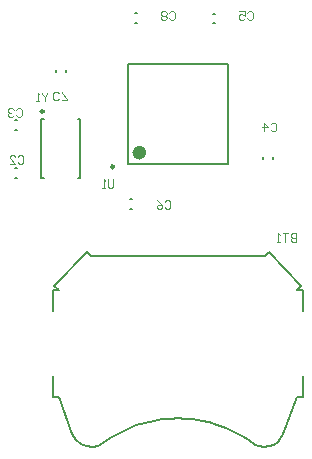
<source format=gbo>
G04*
G04 #@! TF.GenerationSoftware,Altium Limited,Altium Designer,18.1.7 (191)*
G04*
G04 Layer_Color=32896*
%FSLAX25Y25*%
%MOIN*%
G70*
G01*
G75*
%ADD10C,0.00394*%
%ADD12C,0.00709*%
%ADD14C,0.00787*%
%ADD77C,0.00984*%
%ADD78C,0.02362*%
D10*
X39500Y-114745D02*
Y-117500D01*
X38122D01*
X37663Y-117041D01*
Y-116582D01*
X38122Y-116122D01*
X39500D01*
X38122D01*
X37663Y-115663D01*
Y-115204D01*
X38122Y-114745D01*
X39500D01*
X36745D02*
X34908D01*
X35827D01*
Y-117500D01*
X33990D02*
X33072D01*
X33531D01*
Y-114745D01*
X33990Y-115204D01*
X-4337Y-104204D02*
X-3878Y-103745D01*
X-2959D01*
X-2500Y-104204D01*
Y-106041D01*
X-2959Y-106500D01*
X-3878D01*
X-4337Y-106041D01*
X-7092Y-103745D02*
X-6173Y-104204D01*
X-5255Y-105122D01*
Y-106041D01*
X-5714Y-106500D01*
X-6633D01*
X-7092Y-106041D01*
Y-105582D01*
X-6633Y-105122D01*
X-5255D01*
X-39663Y-69899D02*
X-40123Y-70359D01*
X-41041D01*
X-41500Y-69899D01*
Y-68063D01*
X-41041Y-67603D01*
X-40123D01*
X-39663Y-68063D01*
X-38745Y-70359D02*
X-36908D01*
Y-69899D01*
X-38745Y-68063D01*
Y-67603D01*
X-53337Y-89204D02*
X-52877Y-88745D01*
X-51959D01*
X-51500Y-89204D01*
Y-91041D01*
X-51959Y-91500D01*
X-52877D01*
X-53337Y-91041D01*
X-56092Y-91500D02*
X-54255D01*
X-56092Y-89663D01*
Y-89204D01*
X-55633Y-88745D01*
X-54714D01*
X-54255Y-89204D01*
X23163Y-41204D02*
X23622Y-40745D01*
X24541D01*
X25000Y-41204D01*
Y-43041D01*
X24541Y-43500D01*
X23622D01*
X23163Y-43041D01*
X20408Y-40745D02*
X22245D01*
Y-42123D01*
X21327Y-41663D01*
X20867D01*
X20408Y-42123D01*
Y-43041D01*
X20867Y-43500D01*
X21786D01*
X22245Y-43041D01*
X30963Y-78404D02*
X31422Y-77945D01*
X32341D01*
X32800Y-78404D01*
Y-80241D01*
X32341Y-80700D01*
X31422D01*
X30963Y-80241D01*
X28668Y-80700D02*
Y-77945D01*
X30045Y-79322D01*
X28208D01*
X-43500Y-67932D02*
Y-68392D01*
X-44418Y-69310D01*
X-45337Y-68392D01*
Y-67932D01*
X-44418Y-69310D02*
Y-70688D01*
X-46255D02*
X-47173D01*
X-46714D01*
Y-67932D01*
X-46255Y-68392D01*
X-53837Y-73556D02*
X-53377Y-73097D01*
X-52459D01*
X-52000Y-73556D01*
Y-75393D01*
X-52459Y-75852D01*
X-53377D01*
X-53837Y-75393D01*
X-54755Y-73556D02*
X-55214Y-73097D01*
X-56133D01*
X-56592Y-73556D01*
Y-74015D01*
X-56133Y-74475D01*
X-55673D01*
X-56133D01*
X-56592Y-74934D01*
Y-75393D01*
X-56133Y-75852D01*
X-55214D01*
X-54755Y-75393D01*
X-21500Y-96745D02*
Y-99041D01*
X-21959Y-99500D01*
X-22877D01*
X-23337Y-99041D01*
Y-96745D01*
X-24255Y-99500D02*
X-25173D01*
X-24714D01*
Y-96745D01*
X-24255Y-97204D01*
X-2837Y-41204D02*
X-2378Y-40745D01*
X-1459D01*
X-1000Y-41204D01*
Y-43041D01*
X-1459Y-43500D01*
X-2378D01*
X-2837Y-43041D01*
X-3755Y-41204D02*
X-4214Y-40745D01*
X-5133D01*
X-5592Y-41204D01*
Y-41663D01*
X-5133Y-42123D01*
X-5592Y-42582D01*
Y-43041D01*
X-5133Y-43500D01*
X-4214D01*
X-3755Y-43041D01*
Y-42582D01*
X-4214Y-42123D01*
X-3755Y-41663D01*
Y-41204D01*
X-4214Y-42123D02*
X-5133D01*
D12*
X-54393Y-76886D02*
X-53763D01*
X-54393Y-80114D02*
X-53763D01*
X-54315Y-92886D02*
X-53685D01*
X-54315Y-96114D02*
X-53685D01*
X-15815Y-103386D02*
X-15185D01*
X-15815Y-106614D02*
X-15185D01*
X-40614Y-60815D02*
Y-60185D01*
X-37386Y-60815D02*
Y-60185D01*
X11685Y-44698D02*
X12315D01*
X11685Y-41470D02*
X12315D01*
X28386Y-89815D02*
Y-89185D01*
X31614Y-89815D02*
Y-89185D01*
X-14315Y-44480D02*
X-13685D01*
X-14315Y-41251D02*
X-13685D01*
D14*
X41795Y-169285D02*
Y-162402D01*
X39750Y-169285D02*
X41795D01*
X35135Y-181705D02*
X39750Y-169285D01*
X34215Y-183280D02*
X35135Y-181705D01*
X33240Y-184300D02*
X34215Y-183280D01*
X31940Y-185165D02*
X33240Y-184300D01*
X30325Y-185750D02*
X31940Y-185165D01*
X28780Y-185900D02*
X30325Y-185750D01*
X27205Y-185665D02*
X28780Y-185900D01*
X25835Y-185115D02*
X27205Y-185665D01*
X23614Y-183661D02*
X25835Y-185115D01*
X21440Y-182270D02*
X23614Y-183661D01*
X18760Y-180810D02*
X21440Y-182270D01*
X16005Y-179560D02*
X18760Y-180810D01*
X13185Y-178515D02*
X16005Y-179560D01*
X10315Y-177685D02*
X13185Y-178515D01*
X8135Y-177195D02*
X10315Y-177685D01*
X5200Y-176725D02*
X8135Y-177195D01*
X2245Y-176465D02*
X5200Y-176725D01*
X20Y-176405D02*
X2245Y-176465D01*
X-2205D02*
X20Y-176405D01*
X-5160Y-176725D02*
X-2205Y-176465D01*
X-8095Y-177190D02*
X-5160Y-176725D01*
X-10995Y-177870D02*
X-8095Y-177190D01*
X-13855Y-178755D02*
X-10995Y-177870D01*
X-16660Y-179850D02*
X-13855Y-178755D01*
X-18720Y-180805D02*
X-16660Y-179850D01*
X-20735Y-181880D02*
X-18720Y-180805D01*
X-22705Y-183075D02*
X-20735Y-181880D01*
X-24915Y-184575D02*
X-22705Y-183075D01*
X-26550Y-185467D02*
X-24915Y-184575D01*
X-28375Y-185880D02*
X-26550Y-185467D01*
X-30450Y-185705D02*
X-28375Y-185880D01*
X-32370Y-184905D02*
X-30450Y-185705D01*
X-33970Y-183550D02*
X-32370Y-184905D01*
X-35165Y-181535D02*
X-33970Y-183550D01*
X-39750Y-169285D02*
X-35165Y-181535D01*
X-41750Y-169285D02*
X-39750D01*
X-41750D02*
Y-162402D01*
X41795Y-140748D02*
Y-133700D01*
X39750D02*
X41795D01*
X39750D02*
X41210Y-132325D01*
X30460Y-120995D02*
X41210Y-132325D01*
X29000Y-122365D02*
X30460Y-120995D01*
X-29000Y-122365D02*
X29000D01*
X-30415Y-120995D02*
X-29000Y-122365D01*
X-41165Y-132325D02*
X-30415Y-120995D01*
X-41165Y-132325D02*
X-39750Y-133700D01*
X-41750D02*
X-39750D01*
X-41750Y-140748D02*
Y-133700D01*
X-33390Y-96342D02*
X-32504D01*
X-33390Y-76657D02*
X-32504D01*
X-45496Y-96342D02*
X-44610D01*
X-45496Y-76657D02*
X-44610D01*
X-32504Y-96342D02*
Y-76657D01*
X-45496Y-96342D02*
Y-76657D01*
X-16732Y-91732D02*
Y-58268D01*
X16732Y-91732D02*
Y-58268D01*
X-16732Y-91732D02*
X16732D01*
X-16732Y-58268D02*
X16732D01*
D77*
X-44709Y-74098D02*
G03*
X-44709Y-74098I-492J0D01*
G01*
X-21358Y-92520D02*
G03*
X-21358Y-92520I-492J0D01*
G01*
D78*
X-11614Y-87795D02*
G03*
X-11614Y-87795I-1181J0D01*
G01*
M02*

</source>
